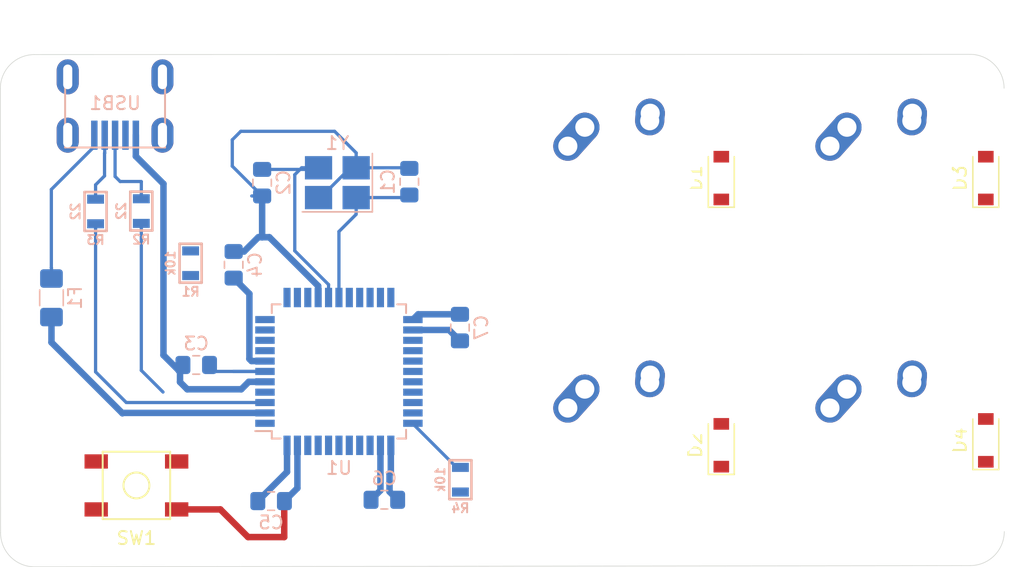
<source format=kicad_pcb>
(kicad_pcb (version 20171130) (host pcbnew "(5.1.2)-1")

  (general
    (thickness 1.6)
    (drawings 7)
    (tracks 98)
    (zones 0)
    (modules 24)
    (nets 45)
  )

  (page A4)
  (layers
    (0 F.Cu signal)
    (31 B.Cu signal)
    (32 B.Adhes user)
    (33 F.Adhes user)
    (34 B.Paste user)
    (35 F.Paste user)
    (36 B.SilkS user)
    (37 F.SilkS user)
    (38 B.Mask user)
    (39 F.Mask user)
    (40 Dwgs.User user)
    (41 Cmts.User user)
    (42 Eco1.User user)
    (43 Eco2.User user)
    (44 Edge.Cuts user)
    (45 Margin user)
    (46 B.CrtYd user)
    (47 F.CrtYd user)
    (48 B.Fab user)
    (49 F.Fab user)
  )

  (setup
    (last_trace_width 0.25)
    (trace_clearance 0.2)
    (zone_clearance 0.508)
    (zone_45_only no)
    (trace_min 0.2)
    (via_size 0.8)
    (via_drill 0.4)
    (via_min_size 0.4)
    (via_min_drill 0.3)
    (uvia_size 0.3)
    (uvia_drill 0.1)
    (uvias_allowed no)
    (uvia_min_size 0.2)
    (uvia_min_drill 0.1)
    (edge_width 0.05)
    (segment_width 0.2)
    (pcb_text_width 0.3)
    (pcb_text_size 1.5 1.5)
    (mod_edge_width 0.12)
    (mod_text_size 1 1)
    (mod_text_width 0.15)
    (pad_size 1.524 1.524)
    (pad_drill 0.762)
    (pad_to_mask_clearance 0.051)
    (solder_mask_min_width 0.25)
    (aux_axis_origin 0 0)
    (visible_elements 7FFFFFFF)
    (pcbplotparams
      (layerselection 0x010fc_ffffffff)
      (usegerberextensions false)
      (usegerberattributes false)
      (usegerberadvancedattributes false)
      (creategerberjobfile false)
      (excludeedgelayer true)
      (linewidth 0.100000)
      (plotframeref false)
      (viasonmask false)
      (mode 1)
      (useauxorigin false)
      (hpglpennumber 1)
      (hpglpenspeed 20)
      (hpglpendiameter 15.000000)
      (psnegative false)
      (psa4output false)
      (plotreference true)
      (plotvalue true)
      (plotinvisibletext false)
      (padsonsilk false)
      (subtractmaskfromsilk false)
      (outputformat 1)
      (mirror false)
      (drillshape 1)
      (scaleselection 1)
      (outputdirectory ""))
  )

  (net 0 "")
  (net 1 "Net-(C1-Pad2)")
  (net 2 GND)
  (net 3 "Net-(C2-Pad2)")
  (net 4 "Net-(C3-Pad1)")
  (net 5 +5V)
  (net 6 "Net-(D1-Pad2)")
  (net 7 ROW0)
  (net 8 "Net-(D2-Pad2)")
  (net 9 "Net-(D3-Pad2)")
  (net 10 ROW1)
  (net 11 "Net-(D4-Pad2)")
  (net 12 VCC)
  (net 13 COL0)
  (net 14 COL1)
  (net 15 "Net-(R1-Pad1)")
  (net 16 D+)
  (net 17 "Net-(R2-Pad1)")
  (net 18 D-)
  (net 19 "Net-(R3-Pad1)")
  (net 20 "Net-(R4-Pad2)")
  (net 21 "Net-(U1-Pad42)")
  (net 22 "Net-(U1-Pad41)")
  (net 23 "Net-(U1-Pad40)")
  (net 24 "Net-(U1-Pad39)")
  (net 25 "Net-(U1-Pad38)")
  (net 26 "Net-(U1-Pad37)")
  (net 27 "Net-(U1-Pad36)")
  (net 28 "Net-(U1-Pad32)")
  (net 29 "Net-(U1-Pad31)")
  (net 30 "Net-(U1-Pad26)")
  (net 31 "Net-(U1-Pad25)")
  (net 32 "Net-(U1-Pad22)")
  (net 33 "Net-(U1-Pad21)")
  (net 34 "Net-(U1-Pad20)")
  (net 35 "Net-(U1-Pad19)")
  (net 36 "Net-(U1-Pad18)")
  (net 37 "Net-(U1-Pad12)")
  (net 38 "Net-(U1-Pad11)")
  (net 39 "Net-(U1-Pad10)")
  (net 40 "Net-(U1-Pad9)")
  (net 41 "Net-(U1-Pad8)")
  (net 42 "Net-(U1-Pad1)")
  (net 43 "Net-(USB1-Pad6)")
  (net 44 "Net-(USB1-Pad2)")

  (net_class Default "これはデフォルトのネット クラスです。"
    (clearance 0.2)
    (trace_width 0.25)
    (via_dia 0.8)
    (via_drill 0.4)
    (uvia_dia 0.3)
    (uvia_drill 0.1)
    (add_net COL0)
    (add_net COL1)
    (add_net D+)
    (add_net D-)
    (add_net "Net-(C1-Pad2)")
    (add_net "Net-(C2-Pad2)")
    (add_net "Net-(C3-Pad1)")
    (add_net "Net-(D1-Pad2)")
    (add_net "Net-(D2-Pad2)")
    (add_net "Net-(D3-Pad2)")
    (add_net "Net-(D4-Pad2)")
    (add_net "Net-(R1-Pad1)")
    (add_net "Net-(R2-Pad1)")
    (add_net "Net-(R3-Pad1)")
    (add_net "Net-(R4-Pad2)")
    (add_net "Net-(U1-Pad1)")
    (add_net "Net-(U1-Pad10)")
    (add_net "Net-(U1-Pad11)")
    (add_net "Net-(U1-Pad12)")
    (add_net "Net-(U1-Pad18)")
    (add_net "Net-(U1-Pad19)")
    (add_net "Net-(U1-Pad20)")
    (add_net "Net-(U1-Pad21)")
    (add_net "Net-(U1-Pad22)")
    (add_net "Net-(U1-Pad25)")
    (add_net "Net-(U1-Pad26)")
    (add_net "Net-(U1-Pad31)")
    (add_net "Net-(U1-Pad32)")
    (add_net "Net-(U1-Pad36)")
    (add_net "Net-(U1-Pad37)")
    (add_net "Net-(U1-Pad38)")
    (add_net "Net-(U1-Pad39)")
    (add_net "Net-(U1-Pad40)")
    (add_net "Net-(U1-Pad41)")
    (add_net "Net-(U1-Pad42)")
    (add_net "Net-(U1-Pad8)")
    (add_net "Net-(U1-Pad9)")
    (add_net "Net-(USB1-Pad2)")
    (add_net "Net-(USB1-Pad6)")
    (add_net ROW0)
    (add_net ROW1)
    (add_net VCC)
  )

  (net_class power ""
    (clearance 0.2)
    (trace_width 0.5)
    (via_dia 0.8)
    (via_drill 0.4)
    (uvia_dia 0.3)
    (uvia_drill 0.1)
    (add_net +5V)
    (add_net GND)
  )

  (module Keebio-Parts:R_0805 (layer B.Cu) (tedit 5CED8C8D) (tstamp 5DC1D317)
    (at 47.79264 95.48876 90)
    (descr "SMT, 2012, 0805")
    (tags "SMT, 2012, 0805")
    (path /5DBF6745)
    (attr smd)
    (fp_text reference R4 (at -2.2 0) (layer B.SilkS)
      (effects (font (size 0.7 0.7) (thickness 0.15)) (justify mirror))
    )
    (fp_text value 10k (at 0 -1.55 270) (layer B.SilkS)
      (effects (font (size 0.7 0.7) (thickness 0.15)) (justify mirror))
    )
    (fp_line (start -1.5 0.85) (end 1.5 0.85) (layer B.SilkS) (width 0.2))
    (fp_line (start 1.5 0.85) (end 1.5 -0.85) (layer B.SilkS) (width 0.2))
    (fp_line (start -1.5 0.85) (end -1.5 -0.85) (layer B.SilkS) (width 0.2))
    (fp_line (start -1.5 -0.85) (end 1.5 -0.85) (layer B.SilkS) (width 0.2))
    (pad 2 smd rect (at 0.95 0 90) (size 0.7 1.3) (layers B.Cu B.Paste B.Mask)
      (net 20 "Net-(R4-Pad2)") (clearance 0.1))
    (pad 1 smd rect (at -0.95 0 90) (size 0.7 1.3) (layers B.Cu B.Paste B.Mask)
      (net 2 GND) (clearance 0.1))
    (model ${KISYS3DMOD}/Resistor_SMD.3dshapes/R_0805_2012Metric.wrl
      (at (xyz 0 0 0))
      (scale (xyz 1 1 1))
      (rotate (xyz 0 0 0))
    )
  )

  (module Keebio-Parts:R_0805 (layer B.Cu) (tedit 5CED8C8D) (tstamp 5DC1D308)
    (at 19.67484 74.79796 90)
    (descr "SMT, 2012, 0805")
    (tags "SMT, 2012, 0805")
    (path /5DBF85F2)
    (attr smd)
    (fp_text reference R3 (at -2.2 0) (layer B.SilkS)
      (effects (font (size 0.7 0.7) (thickness 0.15)) (justify mirror))
    )
    (fp_text value 22 (at 0 -1.55 270) (layer B.SilkS)
      (effects (font (size 0.7 0.7) (thickness 0.15)) (justify mirror))
    )
    (fp_line (start -1.5 -0.85) (end 1.5 -0.85) (layer B.SilkS) (width 0.2))
    (fp_line (start -1.5 0.85) (end -1.5 -0.85) (layer B.SilkS) (width 0.2))
    (fp_line (start 1.5 0.85) (end 1.5 -0.85) (layer B.SilkS) (width 0.2))
    (fp_line (start -1.5 0.85) (end 1.5 0.85) (layer B.SilkS) (width 0.2))
    (pad 1 smd rect (at -0.95 0 90) (size 0.7 1.3) (layers B.Cu B.Paste B.Mask)
      (net 19 "Net-(R3-Pad1)") (clearance 0.1))
    (pad 2 smd rect (at 0.95 0 90) (size 0.7 1.3) (layers B.Cu B.Paste B.Mask)
      (net 18 D-) (clearance 0.1))
    (model ${KISYS3DMOD}/Resistor_SMD.3dshapes/R_0805_2012Metric.wrl
      (at (xyz 0 0 0))
      (scale (xyz 1 1 1))
      (rotate (xyz 0 0 0))
    )
  )

  (module Keebio-Parts:R_0805 (layer B.Cu) (tedit 5CED8C8D) (tstamp 5DC1D2F9)
    (at 23.20036 74.76744 90)
    (descr "SMT, 2012, 0805")
    (tags "SMT, 2012, 0805")
    (path /5DBF817B)
    (attr smd)
    (fp_text reference R2 (at -2.2 0) (layer B.SilkS)
      (effects (font (size 0.7 0.7) (thickness 0.15)) (justify mirror))
    )
    (fp_text value 22 (at 0 -1.55 270) (layer B.SilkS)
      (effects (font (size 0.7 0.7) (thickness 0.15)) (justify mirror))
    )
    (fp_line (start -1.5 -0.85) (end 1.5 -0.85) (layer B.SilkS) (width 0.2))
    (fp_line (start -1.5 0.85) (end -1.5 -0.85) (layer B.SilkS) (width 0.2))
    (fp_line (start 1.5 0.85) (end 1.5 -0.85) (layer B.SilkS) (width 0.2))
    (fp_line (start -1.5 0.85) (end 1.5 0.85) (layer B.SilkS) (width 0.2))
    (pad 1 smd rect (at -0.95 0 90) (size 0.7 1.3) (layers B.Cu B.Paste B.Mask)
      (net 17 "Net-(R2-Pad1)") (clearance 0.1))
    (pad 2 smd rect (at 0.95 0 90) (size 0.7 1.3) (layers B.Cu B.Paste B.Mask)
      (net 16 D+) (clearance 0.1))
    (model ${KISYS3DMOD}/Resistor_SMD.3dshapes/R_0805_2012Metric.wrl
      (at (xyz 0 0 0))
      (scale (xyz 1 1 1))
      (rotate (xyz 0 0 0))
    )
  )

  (module Keebio-Parts:R_0805 (layer B.Cu) (tedit 5CED8C8D) (tstamp 5DC1D2EA)
    (at 27.0002 78.79076 90)
    (descr "SMT, 2012, 0805")
    (tags "SMT, 2012, 0805")
    (path /5DC28949)
    (attr smd)
    (fp_text reference R1 (at -2.2 0 180) (layer B.SilkS)
      (effects (font (size 0.7 0.7) (thickness 0.15)) (justify mirror))
    )
    (fp_text value 10k (at 0 -1.55 90) (layer B.SilkS)
      (effects (font (size 0.7 0.7) (thickness 0.15)) (justify mirror))
    )
    (fp_line (start -1.5 -0.85) (end 1.5 -0.85) (layer B.SilkS) (width 0.2))
    (fp_line (start -1.5 0.85) (end -1.5 -0.85) (layer B.SilkS) (width 0.2))
    (fp_line (start 1.5 0.85) (end 1.5 -0.85) (layer B.SilkS) (width 0.2))
    (fp_line (start -1.5 0.85) (end 1.5 0.85) (layer B.SilkS) (width 0.2))
    (pad 1 smd rect (at -0.95 0 90) (size 0.7 1.3) (layers B.Cu B.Paste B.Mask)
      (net 15 "Net-(R1-Pad1)") (clearance 0.1))
    (pad 2 smd rect (at 0.95 0 90) (size 0.7 1.3) (layers B.Cu B.Paste B.Mask)
      (net 5 +5V) (clearance 0.1))
    (model ${KISYS3DMOD}/Resistor_SMD.3dshapes/R_0805_2012Metric.wrl
      (at (xyz 0 0 0))
      (scale (xyz 1 1 1))
      (rotate (xyz 0 0 0))
    )
  )

  (module Crystal:Crystal_SMD_3225-4Pin_3.2x2.5mm_HandSoldering (layer B.Cu) (tedit 5A0FD1B2) (tstamp 5DC1D3AC)
    (at 38.30828 72.57796 180)
    (descr "SMD Crystal SERIES SMD3225/4 http://www.txccrystal.com/images/pdf/7m-accuracy.pdf, hand-soldering, 3.2x2.5mm^2 package")
    (tags "SMD SMT crystal hand-soldering")
    (path /5DC12B7D)
    (attr smd)
    (fp_text reference Y1 (at 0 3.05) (layer B.SilkS)
      (effects (font (size 1 1) (thickness 0.15)) (justify mirror))
    )
    (fp_text value 16MHz (at 0 -3.05) (layer B.Fab)
      (effects (font (size 1 1) (thickness 0.15)) (justify mirror))
    )
    (fp_line (start 2.8 2.3) (end -2.8 2.3) (layer B.CrtYd) (width 0.05))
    (fp_line (start 2.8 -2.3) (end 2.8 2.3) (layer B.CrtYd) (width 0.05))
    (fp_line (start -2.8 -2.3) (end 2.8 -2.3) (layer B.CrtYd) (width 0.05))
    (fp_line (start -2.8 2.3) (end -2.8 -2.3) (layer B.CrtYd) (width 0.05))
    (fp_line (start -2.7 -2.25) (end 2.7 -2.25) (layer B.SilkS) (width 0.12))
    (fp_line (start -2.7 2.25) (end -2.7 -2.25) (layer B.SilkS) (width 0.12))
    (fp_line (start -1.6 -0.25) (end -0.6 -1.25) (layer B.Fab) (width 0.1))
    (fp_line (start 1.6 1.25) (end -1.6 1.25) (layer B.Fab) (width 0.1))
    (fp_line (start 1.6 -1.25) (end 1.6 1.25) (layer B.Fab) (width 0.1))
    (fp_line (start -1.6 -1.25) (end 1.6 -1.25) (layer B.Fab) (width 0.1))
    (fp_line (start -1.6 1.25) (end -1.6 -1.25) (layer B.Fab) (width 0.1))
    (fp_text user %R (at 0 0) (layer B.Fab)
      (effects (font (size 0.7 0.7) (thickness 0.105)) (justify mirror))
    )
    (pad 4 smd rect (at -1.45 1.15 180) (size 2.1 1.8) (layers B.Cu B.Paste B.Mask)
      (net 2 GND))
    (pad 3 smd rect (at 1.45 1.15 180) (size 2.1 1.8) (layers B.Cu B.Paste B.Mask)
      (net 3 "Net-(C2-Pad2)"))
    (pad 2 smd rect (at 1.45 -1.15 180) (size 2.1 1.8) (layers B.Cu B.Paste B.Mask)
      (net 2 GND))
    (pad 1 smd rect (at -1.45 -1.15 180) (size 2.1 1.8) (layers B.Cu B.Paste B.Mask)
      (net 1 "Net-(C1-Pad2)"))
    (model ${KISYS3DMOD}/Crystal.3dshapes/Crystal_SMD_3225-4Pin_3.2x2.5mm_HandSoldering.wrl
      (at (xyz 0 0 0))
      (scale (xyz 1 1 1))
      (rotate (xyz 0 0 0))
    )
  )

  (module random-keyboard-parts:Molex-0548190589 (layer B.Cu) (tedit 5C494815) (tstamp 5DC1D398)
    (at 21.17852 64.4144 270)
    (path /5DC46C17)
    (attr smd)
    (fp_text reference USB1 (at 2.032 0) (layer B.SilkS)
      (effects (font (size 1 1) (thickness 0.15)) (justify mirror))
    )
    (fp_text value Molex-0548190589 (at -5.08 0) (layer Dwgs.User)
      (effects (font (size 1 1) (thickness 0.15)))
    )
    (fp_text user %R (at 2 0) (layer B.CrtYd)
      (effects (font (size 1 1) (thickness 0.15)) (justify mirror))
    )
    (fp_line (start 3.25 1.25) (end 5.5 1.25) (layer B.CrtYd) (width 0.15))
    (fp_line (start 5.5 0.5) (end 3.25 0.5) (layer B.CrtYd) (width 0.15))
    (fp_line (start 3.25 -0.5) (end 5.5 -0.5) (layer B.CrtYd) (width 0.15))
    (fp_line (start 5.5 -1.25) (end 3.25 -1.25) (layer B.CrtYd) (width 0.15))
    (fp_line (start 3.25 -2) (end 5.5 -2) (layer B.CrtYd) (width 0.15))
    (fp_line (start 3.25 2) (end 3.25 -2) (layer B.CrtYd) (width 0.15))
    (fp_line (start 5.5 2) (end 3.25 2) (layer B.CrtYd) (width 0.15))
    (fp_line (start -3.75 -3.75) (end -3.75 3.75) (layer B.CrtYd) (width 0.15))
    (fp_line (start 5.5 -3.75) (end -3.75 -3.75) (layer B.CrtYd) (width 0.15))
    (fp_line (start 5.5 3.75) (end 5.5 -3.75) (layer B.CrtYd) (width 0.15))
    (fp_line (start -3.75 3.75) (end 5.5 3.75) (layer B.CrtYd) (width 0.15))
    (fp_line (start 0 3.85) (end 5.45 3.85) (layer B.SilkS) (width 0.15))
    (fp_line (start 0 -3.85) (end 5.45 -3.85) (layer B.SilkS) (width 0.15))
    (fp_line (start 5.45 3.85) (end 5.45 -3.85) (layer B.SilkS) (width 0.15))
    (fp_line (start -3.75 3.85) (end 0 3.85) (layer Dwgs.User) (width 0.15))
    (fp_line (start -3.75 -3.85) (end 0 -3.85) (layer Dwgs.User) (width 0.15))
    (fp_line (start -1.75 4.572) (end -1.75 -4.572) (layer Dwgs.User) (width 0.15))
    (fp_line (start -3.75 3.85) (end -3.75 -3.85) (layer Dwgs.User) (width 0.15))
    (pad 6 thru_hole oval (at 0 3.65 270) (size 2.7 1.7) (drill oval 1.9 0.7) (layers *.Cu *.Mask)
      (net 43 "Net-(USB1-Pad6)"))
    (pad 6 thru_hole oval (at 0 -3.65 270) (size 2.7 1.7) (drill oval 1.9 0.7) (layers *.Cu *.Mask)
      (net 43 "Net-(USB1-Pad6)"))
    (pad 6 thru_hole oval (at 4.5 -3.65 270) (size 2.7 1.7) (drill oval 1.9 0.7) (layers *.Cu *.Mask)
      (net 43 "Net-(USB1-Pad6)"))
    (pad 6 thru_hole oval (at 4.5 3.65 270) (size 2.7 1.7) (drill oval 1.9 0.7) (layers *.Cu *.Mask)
      (net 43 "Net-(USB1-Pad6)"))
    (pad 5 smd rect (at 4.5 1.6 270) (size 2.25 0.5) (layers B.Cu B.Paste B.Mask)
      (net 12 VCC))
    (pad 4 smd rect (at 4.5 0.8 270) (size 2.25 0.5) (layers B.Cu B.Paste B.Mask)
      (net 18 D-))
    (pad 3 smd rect (at 4.5 0 270) (size 2.25 0.5) (layers B.Cu B.Paste B.Mask)
      (net 16 D+))
    (pad 2 smd rect (at 4.5 -0.8 270) (size 2.25 0.5) (layers B.Cu B.Paste B.Mask)
      (net 44 "Net-(USB1-Pad2)"))
    (pad 1 smd rect (at 4.5 -1.6 270) (size 2.25 0.5) (layers B.Cu B.Paste B.Mask)
      (net 2 GND))
  )

  (module Package_QFP:TQFP-44_10x10mm_P0.8mm (layer B.Cu) (tedit 5A02F146) (tstamp 5DC1D378)
    (at 38.4302 87.13724)
    (descr "44-Lead Plastic Thin Quad Flatpack (PT) - 10x10x1.0 mm Body [TQFP] (see Microchip Packaging Specification 00000049BS.pdf)")
    (tags "QFP 0.8")
    (path /5DBEEC39)
    (attr smd)
    (fp_text reference U1 (at 0 7.45) (layer B.SilkS)
      (effects (font (size 1 1) (thickness 0.15)) (justify mirror))
    )
    (fp_text value ATmega32U4-AU (at 0 -7.45) (layer B.Fab)
      (effects (font (size 1 1) (thickness 0.15)) (justify mirror))
    )
    (fp_line (start -5.175 4.6) (end -6.45 4.6) (layer B.SilkS) (width 0.15))
    (fp_line (start 5.175 5.175) (end 4.5 5.175) (layer B.SilkS) (width 0.15))
    (fp_line (start 5.175 -5.175) (end 4.5 -5.175) (layer B.SilkS) (width 0.15))
    (fp_line (start -5.175 -5.175) (end -4.5 -5.175) (layer B.SilkS) (width 0.15))
    (fp_line (start -5.175 5.175) (end -4.5 5.175) (layer B.SilkS) (width 0.15))
    (fp_line (start -5.175 -5.175) (end -5.175 -4.5) (layer B.SilkS) (width 0.15))
    (fp_line (start 5.175 -5.175) (end 5.175 -4.5) (layer B.SilkS) (width 0.15))
    (fp_line (start 5.175 5.175) (end 5.175 4.5) (layer B.SilkS) (width 0.15))
    (fp_line (start -5.175 5.175) (end -5.175 4.6) (layer B.SilkS) (width 0.15))
    (fp_line (start -6.7 -6.7) (end 6.7 -6.7) (layer B.CrtYd) (width 0.05))
    (fp_line (start -6.7 6.7) (end 6.7 6.7) (layer B.CrtYd) (width 0.05))
    (fp_line (start 6.7 6.7) (end 6.7 -6.7) (layer B.CrtYd) (width 0.05))
    (fp_line (start -6.7 6.7) (end -6.7 -6.7) (layer B.CrtYd) (width 0.05))
    (fp_line (start -5 4) (end -4 5) (layer B.Fab) (width 0.15))
    (fp_line (start -5 -5) (end -5 4) (layer B.Fab) (width 0.15))
    (fp_line (start 5 -5) (end -5 -5) (layer B.Fab) (width 0.15))
    (fp_line (start 5 5) (end 5 -5) (layer B.Fab) (width 0.15))
    (fp_line (start -4 5) (end 5 5) (layer B.Fab) (width 0.15))
    (fp_text user %R (at 0 0) (layer B.Fab)
      (effects (font (size 1 1) (thickness 0.15)) (justify mirror))
    )
    (pad 44 smd rect (at -4 5.7 270) (size 1.5 0.55) (layers B.Cu B.Paste B.Mask)
      (net 5 +5V))
    (pad 43 smd rect (at -3.2 5.7 270) (size 1.5 0.55) (layers B.Cu B.Paste B.Mask)
      (net 2 GND))
    (pad 42 smd rect (at -2.4 5.7 270) (size 1.5 0.55) (layers B.Cu B.Paste B.Mask)
      (net 21 "Net-(U1-Pad42)"))
    (pad 41 smd rect (at -1.6 5.7 270) (size 1.5 0.55) (layers B.Cu B.Paste B.Mask)
      (net 22 "Net-(U1-Pad41)"))
    (pad 40 smd rect (at -0.8 5.7 270) (size 1.5 0.55) (layers B.Cu B.Paste B.Mask)
      (net 23 "Net-(U1-Pad40)"))
    (pad 39 smd rect (at 0 5.7 270) (size 1.5 0.55) (layers B.Cu B.Paste B.Mask)
      (net 24 "Net-(U1-Pad39)"))
    (pad 38 smd rect (at 0.8 5.7 270) (size 1.5 0.55) (layers B.Cu B.Paste B.Mask)
      (net 25 "Net-(U1-Pad38)"))
    (pad 37 smd rect (at 1.6 5.7 270) (size 1.5 0.55) (layers B.Cu B.Paste B.Mask)
      (net 26 "Net-(U1-Pad37)"))
    (pad 36 smd rect (at 2.4 5.7 270) (size 1.5 0.55) (layers B.Cu B.Paste B.Mask)
      (net 27 "Net-(U1-Pad36)"))
    (pad 35 smd rect (at 3.2 5.7 270) (size 1.5 0.55) (layers B.Cu B.Paste B.Mask)
      (net 2 GND))
    (pad 34 smd rect (at 4 5.7 270) (size 1.5 0.55) (layers B.Cu B.Paste B.Mask)
      (net 5 +5V))
    (pad 33 smd rect (at 5.7 4) (size 1.5 0.55) (layers B.Cu B.Paste B.Mask)
      (net 20 "Net-(R4-Pad2)"))
    (pad 32 smd rect (at 5.7 3.2) (size 1.5 0.55) (layers B.Cu B.Paste B.Mask)
      (net 28 "Net-(U1-Pad32)"))
    (pad 31 smd rect (at 5.7 2.4) (size 1.5 0.55) (layers B.Cu B.Paste B.Mask)
      (net 29 "Net-(U1-Pad31)"))
    (pad 30 smd rect (at 5.7 1.6) (size 1.5 0.55) (layers B.Cu B.Paste B.Mask)
      (net 10 ROW1))
    (pad 29 smd rect (at 5.7 0.8) (size 1.5 0.55) (layers B.Cu B.Paste B.Mask)
      (net 13 COL0))
    (pad 28 smd rect (at 5.7 0) (size 1.5 0.55) (layers B.Cu B.Paste B.Mask)
      (net 14 COL1))
    (pad 27 smd rect (at 5.7 -0.8) (size 1.5 0.55) (layers B.Cu B.Paste B.Mask)
      (net 7 ROW0))
    (pad 26 smd rect (at 5.7 -1.6) (size 1.5 0.55) (layers B.Cu B.Paste B.Mask)
      (net 30 "Net-(U1-Pad26)"))
    (pad 25 smd rect (at 5.7 -2.4) (size 1.5 0.55) (layers B.Cu B.Paste B.Mask)
      (net 31 "Net-(U1-Pad25)"))
    (pad 24 smd rect (at 5.7 -3.2) (size 1.5 0.55) (layers B.Cu B.Paste B.Mask)
      (net 5 +5V))
    (pad 23 smd rect (at 5.7 -4) (size 1.5 0.55) (layers B.Cu B.Paste B.Mask)
      (net 2 GND))
    (pad 22 smd rect (at 4 -5.7 270) (size 1.5 0.55) (layers B.Cu B.Paste B.Mask)
      (net 32 "Net-(U1-Pad22)"))
    (pad 21 smd rect (at 3.2 -5.7 270) (size 1.5 0.55) (layers B.Cu B.Paste B.Mask)
      (net 33 "Net-(U1-Pad21)"))
    (pad 20 smd rect (at 2.4 -5.7 270) (size 1.5 0.55) (layers B.Cu B.Paste B.Mask)
      (net 34 "Net-(U1-Pad20)"))
    (pad 19 smd rect (at 1.6 -5.7 270) (size 1.5 0.55) (layers B.Cu B.Paste B.Mask)
      (net 35 "Net-(U1-Pad19)"))
    (pad 18 smd rect (at 0.8 -5.7 270) (size 1.5 0.55) (layers B.Cu B.Paste B.Mask)
      (net 36 "Net-(U1-Pad18)"))
    (pad 17 smd rect (at 0 -5.7 270) (size 1.5 0.55) (layers B.Cu B.Paste B.Mask)
      (net 1 "Net-(C1-Pad2)"))
    (pad 16 smd rect (at -0.8 -5.7 270) (size 1.5 0.55) (layers B.Cu B.Paste B.Mask)
      (net 3 "Net-(C2-Pad2)"))
    (pad 15 smd rect (at -1.6 -5.7 270) (size 1.5 0.55) (layers B.Cu B.Paste B.Mask)
      (net 2 GND))
    (pad 14 smd rect (at -2.4 -5.7 270) (size 1.5 0.55) (layers B.Cu B.Paste B.Mask)
      (net 5 +5V))
    (pad 13 smd rect (at -3.2 -5.7 270) (size 1.5 0.55) (layers B.Cu B.Paste B.Mask)
      (net 15 "Net-(R1-Pad1)"))
    (pad 12 smd rect (at -4 -5.7 270) (size 1.5 0.55) (layers B.Cu B.Paste B.Mask)
      (net 37 "Net-(U1-Pad12)"))
    (pad 11 smd rect (at -5.7 -4) (size 1.5 0.55) (layers B.Cu B.Paste B.Mask)
      (net 38 "Net-(U1-Pad11)"))
    (pad 10 smd rect (at -5.7 -3.2) (size 1.5 0.55) (layers B.Cu B.Paste B.Mask)
      (net 39 "Net-(U1-Pad10)"))
    (pad 9 smd rect (at -5.7 -2.4) (size 1.5 0.55) (layers B.Cu B.Paste B.Mask)
      (net 40 "Net-(U1-Pad9)"))
    (pad 8 smd rect (at -5.7 -1.6) (size 1.5 0.55) (layers B.Cu B.Paste B.Mask)
      (net 41 "Net-(U1-Pad8)"))
    (pad 7 smd rect (at -5.7 -0.8) (size 1.5 0.55) (layers B.Cu B.Paste B.Mask)
      (net 5 +5V))
    (pad 6 smd rect (at -5.7 0) (size 1.5 0.55) (layers B.Cu B.Paste B.Mask)
      (net 4 "Net-(C3-Pad1)"))
    (pad 5 smd rect (at -5.7 0.8) (size 1.5 0.55) (layers B.Cu B.Paste B.Mask)
      (net 2 GND))
    (pad 4 smd rect (at -5.7 1.6) (size 1.5 0.55) (layers B.Cu B.Paste B.Mask)
      (net 17 "Net-(R2-Pad1)"))
    (pad 3 smd rect (at -5.7 2.4) (size 1.5 0.55) (layers B.Cu B.Paste B.Mask)
      (net 19 "Net-(R3-Pad1)"))
    (pad 2 smd rect (at -5.7 3.2) (size 1.5 0.55) (layers B.Cu B.Paste B.Mask)
      (net 5 +5V))
    (pad 1 smd rect (at -5.7 4) (size 1.5 0.55) (layers B.Cu B.Paste B.Mask)
      (net 42 "Net-(U1-Pad1)"))
    (model ${KISYS3DMOD}/Package_QFP.3dshapes/TQFP-44_10x10mm_P0.8mm.wrl
      (at (xyz 0 0 0))
      (scale (xyz 1 1 1))
      (rotate (xyz 0 0 0))
    )
  )

  (module random-keyboard-parts:SKQG-1155865 (layer F.Cu) (tedit 5C42C5DE) (tstamp 5DC1D335)
    (at 22.82444 95.93072)
    (path /5DC24579)
    (attr smd)
    (fp_text reference SW1 (at 0 4.064) (layer F.SilkS)
      (effects (font (size 1 1) (thickness 0.15)))
    )
    (fp_text value SW_PUSH (at 0 -4.064) (layer F.Fab)
      (effects (font (size 1 1) (thickness 0.15)))
    )
    (fp_line (start -2.6 -2.6) (end 2.6 -2.6) (layer F.SilkS) (width 0.15))
    (fp_line (start 2.6 -2.6) (end 2.6 2.6) (layer F.SilkS) (width 0.15))
    (fp_line (start 2.6 2.6) (end -2.6 2.6) (layer F.SilkS) (width 0.15))
    (fp_line (start -2.6 2.6) (end -2.6 -2.6) (layer F.SilkS) (width 0.15))
    (fp_circle (center 0 0) (end 1 0) (layer F.SilkS) (width 0.15))
    (fp_line (start -4.2 -2.6) (end 4.2 -2.6) (layer F.Fab) (width 0.15))
    (fp_line (start 4.2 -2.6) (end 4.2 -1.2) (layer F.Fab) (width 0.15))
    (fp_line (start 4.2 -1.1) (end 2.6 -1.1) (layer F.Fab) (width 0.15))
    (fp_line (start 2.6 -1.1) (end 2.6 1.1) (layer F.Fab) (width 0.15))
    (fp_line (start 2.6 1.1) (end 4.2 1.1) (layer F.Fab) (width 0.15))
    (fp_line (start 4.2 1.1) (end 4.2 2.6) (layer F.Fab) (width 0.15))
    (fp_line (start 4.2 2.6) (end -4.2 2.6) (layer F.Fab) (width 0.15))
    (fp_line (start -4.2 2.6) (end -4.2 1.1) (layer F.Fab) (width 0.15))
    (fp_line (start -4.2 1.1) (end -2.6 1.1) (layer F.Fab) (width 0.15))
    (fp_line (start -2.6 1.1) (end -2.6 -1.1) (layer F.Fab) (width 0.15))
    (fp_line (start -2.6 -1.1) (end -4.2 -1.1) (layer F.Fab) (width 0.15))
    (fp_line (start -4.2 -1.1) (end -4.2 -2.6) (layer F.Fab) (width 0.15))
    (fp_circle (center 0 0) (end 1 0) (layer F.Fab) (width 0.15))
    (fp_line (start -2.6 -1.1) (end -1.1 -2.6) (layer F.Fab) (width 0.15))
    (fp_line (start 2.6 -1.1) (end 1.1 -2.6) (layer F.Fab) (width 0.15))
    (fp_line (start 2.6 1.1) (end 1.1 2.6) (layer F.Fab) (width 0.15))
    (fp_line (start -2.6 1.1) (end -1.1 2.6) (layer F.Fab) (width 0.15))
    (pad 4 smd rect (at -3.1 1.85) (size 1.8 1.1) (layers F.Cu F.Paste F.Mask))
    (pad 3 smd rect (at 3.1 -1.85) (size 1.8 1.1) (layers F.Cu F.Paste F.Mask))
    (pad 2 smd rect (at -3.1 -1.85) (size 1.8 1.1) (layers F.Cu F.Paste F.Mask)
      (net 15 "Net-(R1-Pad1)"))
    (pad 1 smd rect (at 3.1 1.85) (size 1.8 1.1) (layers F.Cu F.Paste F.Mask)
      (net 2 GND))
  )

  (module MX_Alps_Hybrid:MX-1U-NoLED (layer F.Cu) (tedit 5A9F5203) (tstamp 5DC1D2DB)
    (at 80.08052 92.5012)
    (path /5DC5F08A)
    (fp_text reference MX4 (at 0 3.175) (layer Dwgs.User)
      (effects (font (size 1 1) (thickness 0.15)))
    )
    (fp_text value MX-NoLED (at 0 -7.9375) (layer Dwgs.User)
      (effects (font (size 1 1) (thickness 0.15)))
    )
    (fp_line (start -9.525 9.525) (end -9.525 -9.525) (layer Dwgs.User) (width 0.15))
    (fp_line (start 9.525 9.525) (end -9.525 9.525) (layer Dwgs.User) (width 0.15))
    (fp_line (start 9.525 -9.525) (end 9.525 9.525) (layer Dwgs.User) (width 0.15))
    (fp_line (start -9.525 -9.525) (end 9.525 -9.525) (layer Dwgs.User) (width 0.15))
    (fp_line (start -7 -7) (end -7 -5) (layer Dwgs.User) (width 0.15))
    (fp_line (start -5 -7) (end -7 -7) (layer Dwgs.User) (width 0.15))
    (fp_line (start -7 7) (end -5 7) (layer Dwgs.User) (width 0.15))
    (fp_line (start -7 5) (end -7 7) (layer Dwgs.User) (width 0.15))
    (fp_line (start 7 7) (end 7 5) (layer Dwgs.User) (width 0.15))
    (fp_line (start 5 7) (end 7 7) (layer Dwgs.User) (width 0.15))
    (fp_line (start 7 -7) (end 7 -5) (layer Dwgs.User) (width 0.15))
    (fp_line (start 5 -7) (end 7 -7) (layer Dwgs.User) (width 0.15))
    (pad "" np_thru_hole circle (at 5.08 0 48.0996) (size 1.75 1.75) (drill 1.75) (layers *.Cu *.Mask))
    (pad "" np_thru_hole circle (at -5.08 0 48.0996) (size 1.75 1.75) (drill 1.75) (layers *.Cu *.Mask))
    (pad 1 thru_hole circle (at -2.5 -4) (size 2.25 2.25) (drill 1.47) (layers *.Cu B.Mask)
      (net 14 COL1))
    (pad "" np_thru_hole circle (at 0 0) (size 3.9878 3.9878) (drill 3.9878) (layers *.Cu *.Mask))
    (pad 1 thru_hole oval (at -3.81 -2.54 48.0996) (size 4.211556 2.25) (drill 1.47 (offset 0.980778 0)) (layers *.Cu B.Mask)
      (net 14 COL1))
    (pad 2 thru_hole circle (at 2.54 -5.08) (size 2.25 2.25) (drill 1.47) (layers *.Cu B.Mask)
      (net 11 "Net-(D4-Pad2)"))
    (pad 2 thru_hole oval (at 2.5 -4.5 86.0548) (size 2.831378 2.25) (drill 1.47 (offset 0.290689 0)) (layers *.Cu B.Mask)
      (net 11 "Net-(D4-Pad2)"))
  )

  (module MX_Alps_Hybrid:MX-1U-NoLED (layer F.Cu) (tedit 5A9F5203) (tstamp 5DC1D2C4)
    (at 80.08052 72.3012)
    (path /5DC5E364)
    (fp_text reference MX3 (at 0 3.175) (layer Dwgs.User)
      (effects (font (size 1 1) (thickness 0.15)))
    )
    (fp_text value MX-NoLED (at 0 -7.9375) (layer Dwgs.User)
      (effects (font (size 1 1) (thickness 0.15)))
    )
    (fp_line (start -9.525 9.525) (end -9.525 -9.525) (layer Dwgs.User) (width 0.15))
    (fp_line (start 9.525 9.525) (end -9.525 9.525) (layer Dwgs.User) (width 0.15))
    (fp_line (start 9.525 -9.525) (end 9.525 9.525) (layer Dwgs.User) (width 0.15))
    (fp_line (start -9.525 -9.525) (end 9.525 -9.525) (layer Dwgs.User) (width 0.15))
    (fp_line (start -7 -7) (end -7 -5) (layer Dwgs.User) (width 0.15))
    (fp_line (start -5 -7) (end -7 -7) (layer Dwgs.User) (width 0.15))
    (fp_line (start -7 7) (end -5 7) (layer Dwgs.User) (width 0.15))
    (fp_line (start -7 5) (end -7 7) (layer Dwgs.User) (width 0.15))
    (fp_line (start 7 7) (end 7 5) (layer Dwgs.User) (width 0.15))
    (fp_line (start 5 7) (end 7 7) (layer Dwgs.User) (width 0.15))
    (fp_line (start 7 -7) (end 7 -5) (layer Dwgs.User) (width 0.15))
    (fp_line (start 5 -7) (end 7 -7) (layer Dwgs.User) (width 0.15))
    (pad "" np_thru_hole circle (at 5.08 0 48.0996) (size 1.75 1.75) (drill 1.75) (layers *.Cu *.Mask))
    (pad "" np_thru_hole circle (at -5.08 0 48.0996) (size 1.75 1.75) (drill 1.75) (layers *.Cu *.Mask))
    (pad 1 thru_hole circle (at -2.5 -4) (size 2.25 2.25) (drill 1.47) (layers *.Cu B.Mask)
      (net 13 COL0))
    (pad "" np_thru_hole circle (at 0 0) (size 3.9878 3.9878) (drill 3.9878) (layers *.Cu *.Mask))
    (pad 1 thru_hole oval (at -3.81 -2.54 48.0996) (size 4.211556 2.25) (drill 1.47 (offset 0.980778 0)) (layers *.Cu B.Mask)
      (net 13 COL0))
    (pad 2 thru_hole circle (at 2.54 -5.08) (size 2.25 2.25) (drill 1.47) (layers *.Cu B.Mask)
      (net 9 "Net-(D3-Pad2)"))
    (pad 2 thru_hole oval (at 2.5 -4.5 86.0548) (size 2.831378 2.25) (drill 1.47 (offset 0.290689 0)) (layers *.Cu B.Mask)
      (net 9 "Net-(D3-Pad2)"))
  )

  (module MX_Alps_Hybrid:MX-1U-NoLED (layer F.Cu) (tedit 5A9F5203) (tstamp 5DC1D2AD)
    (at 59.88052 92.5012)
    (path /5DC5CCB4)
    (fp_text reference MX2 (at 0 3.175) (layer Dwgs.User)
      (effects (font (size 1 1) (thickness 0.15)))
    )
    (fp_text value MX-NoLED (at 0 -7.9375) (layer Dwgs.User)
      (effects (font (size 1 1) (thickness 0.15)))
    )
    (fp_line (start -9.525 9.525) (end -9.525 -9.525) (layer Dwgs.User) (width 0.15))
    (fp_line (start 9.525 9.525) (end -9.525 9.525) (layer Dwgs.User) (width 0.15))
    (fp_line (start 9.525 -9.525) (end 9.525 9.525) (layer Dwgs.User) (width 0.15))
    (fp_line (start -9.525 -9.525) (end 9.525 -9.525) (layer Dwgs.User) (width 0.15))
    (fp_line (start -7 -7) (end -7 -5) (layer Dwgs.User) (width 0.15))
    (fp_line (start -5 -7) (end -7 -7) (layer Dwgs.User) (width 0.15))
    (fp_line (start -7 7) (end -5 7) (layer Dwgs.User) (width 0.15))
    (fp_line (start -7 5) (end -7 7) (layer Dwgs.User) (width 0.15))
    (fp_line (start 7 7) (end 7 5) (layer Dwgs.User) (width 0.15))
    (fp_line (start 5 7) (end 7 7) (layer Dwgs.User) (width 0.15))
    (fp_line (start 7 -7) (end 7 -5) (layer Dwgs.User) (width 0.15))
    (fp_line (start 5 -7) (end 7 -7) (layer Dwgs.User) (width 0.15))
    (pad "" np_thru_hole circle (at 5.08 0 48.0996) (size 1.75 1.75) (drill 1.75) (layers *.Cu *.Mask))
    (pad "" np_thru_hole circle (at -5.08 0 48.0996) (size 1.75 1.75) (drill 1.75) (layers *.Cu *.Mask))
    (pad 1 thru_hole circle (at -2.5 -4) (size 2.25 2.25) (drill 1.47) (layers *.Cu B.Mask)
      (net 14 COL1))
    (pad "" np_thru_hole circle (at 0 0) (size 3.9878 3.9878) (drill 3.9878) (layers *.Cu *.Mask))
    (pad 1 thru_hole oval (at -3.81 -2.54 48.0996) (size 4.211556 2.25) (drill 1.47 (offset 0.980778 0)) (layers *.Cu B.Mask)
      (net 14 COL1))
    (pad 2 thru_hole circle (at 2.54 -5.08) (size 2.25 2.25) (drill 1.47) (layers *.Cu B.Mask)
      (net 8 "Net-(D2-Pad2)"))
    (pad 2 thru_hole oval (at 2.5 -4.5 86.0548) (size 2.831378 2.25) (drill 1.47 (offset 0.290689 0)) (layers *.Cu B.Mask)
      (net 8 "Net-(D2-Pad2)"))
  )

  (module MX_Alps_Hybrid:MX-1U-NoLED (layer F.Cu) (tedit 5A9F5203) (tstamp 5DC1D296)
    (at 59.88052 72.3012)
    (path /5DC53052)
    (fp_text reference MX1 (at 0 3.175) (layer Dwgs.User)
      (effects (font (size 1 1) (thickness 0.15)))
    )
    (fp_text value MX-NoLED (at 0 -7.9375) (layer Dwgs.User)
      (effects (font (size 1 1) (thickness 0.15)))
    )
    (fp_line (start -9.525 9.525) (end -9.525 -9.525) (layer Dwgs.User) (width 0.15))
    (fp_line (start 9.525 9.525) (end -9.525 9.525) (layer Dwgs.User) (width 0.15))
    (fp_line (start 9.525 -9.525) (end 9.525 9.525) (layer Dwgs.User) (width 0.15))
    (fp_line (start -9.525 -9.525) (end 9.525 -9.525) (layer Dwgs.User) (width 0.15))
    (fp_line (start -7 -7) (end -7 -5) (layer Dwgs.User) (width 0.15))
    (fp_line (start -5 -7) (end -7 -7) (layer Dwgs.User) (width 0.15))
    (fp_line (start -7 7) (end -5 7) (layer Dwgs.User) (width 0.15))
    (fp_line (start -7 5) (end -7 7) (layer Dwgs.User) (width 0.15))
    (fp_line (start 7 7) (end 7 5) (layer Dwgs.User) (width 0.15))
    (fp_line (start 5 7) (end 7 7) (layer Dwgs.User) (width 0.15))
    (fp_line (start 7 -7) (end 7 -5) (layer Dwgs.User) (width 0.15))
    (fp_line (start 5 -7) (end 7 -7) (layer Dwgs.User) (width 0.15))
    (pad "" np_thru_hole circle (at 5.08 0 48.0996) (size 1.75 1.75) (drill 1.75) (layers *.Cu *.Mask))
    (pad "" np_thru_hole circle (at -5.08 0 48.0996) (size 1.75 1.75) (drill 1.75) (layers *.Cu *.Mask))
    (pad 1 thru_hole circle (at -2.5 -4) (size 2.25 2.25) (drill 1.47) (layers *.Cu B.Mask)
      (net 13 COL0))
    (pad "" np_thru_hole circle (at 0 0) (size 3.9878 3.9878) (drill 3.9878) (layers *.Cu *.Mask))
    (pad 1 thru_hole oval (at -3.81 -2.54 48.0996) (size 4.211556 2.25) (drill 1.47 (offset 0.980778 0)) (layers *.Cu B.Mask)
      (net 13 COL0))
    (pad 2 thru_hole circle (at 2.54 -5.08) (size 2.25 2.25) (drill 1.47) (layers *.Cu B.Mask)
      (net 6 "Net-(D1-Pad2)"))
    (pad 2 thru_hole oval (at 2.5 -4.5 86.0548) (size 2.831378 2.25) (drill 1.47 (offset 0.290689 0)) (layers *.Cu B.Mask)
      (net 6 "Net-(D1-Pad2)"))
  )

  (module Fuse:Fuse_1206_3216Metric_Pad1.42x1.75mm_HandSolder (layer B.Cu) (tedit 5B301BBE) (tstamp 5DC1D27F)
    (at 16.27632 81.45686 90)
    (descr "Fuse SMD 1206 (3216 Metric), square (rectangular) end terminal, IPC_7351 nominal with elongated pad for handsoldering. (Body size source: http://www.tortai-tech.com/upload/download/2011102023233369053.pdf), generated with kicad-footprint-generator")
    (tags "resistor handsolder")
    (path /5DC4AB74)
    (attr smd)
    (fp_text reference F1 (at 0 1.82 90) (layer B.SilkS)
      (effects (font (size 1 1) (thickness 0.15)) (justify mirror))
    )
    (fp_text value Polyfuse (at 0 -1.82 90) (layer B.Fab)
      (effects (font (size 1 1) (thickness 0.15)) (justify mirror))
    )
    (fp_text user %R (at 0 0 90) (layer F.Fab)
      (effects (font (size 0.8 0.8) (thickness 0.12)))
    )
    (fp_line (start 2.45 -1.12) (end -2.45 -1.12) (layer B.CrtYd) (width 0.05))
    (fp_line (start 2.45 1.12) (end 2.45 -1.12) (layer B.CrtYd) (width 0.05))
    (fp_line (start -2.45 1.12) (end 2.45 1.12) (layer B.CrtYd) (width 0.05))
    (fp_line (start -2.45 -1.12) (end -2.45 1.12) (layer B.CrtYd) (width 0.05))
    (fp_line (start -0.602064 -0.91) (end 0.602064 -0.91) (layer B.SilkS) (width 0.12))
    (fp_line (start -0.602064 0.91) (end 0.602064 0.91) (layer B.SilkS) (width 0.12))
    (fp_line (start 1.6 -0.8) (end -1.6 -0.8) (layer B.Fab) (width 0.1))
    (fp_line (start 1.6 0.8) (end 1.6 -0.8) (layer B.Fab) (width 0.1))
    (fp_line (start -1.6 0.8) (end 1.6 0.8) (layer B.Fab) (width 0.1))
    (fp_line (start -1.6 -0.8) (end -1.6 0.8) (layer B.Fab) (width 0.1))
    (pad 2 smd roundrect (at 1.4875 0 90) (size 1.425 1.75) (layers B.Cu B.Paste B.Mask) (roundrect_rratio 0.175439)
      (net 12 VCC))
    (pad 1 smd roundrect (at -1.4875 0 90) (size 1.425 1.75) (layers B.Cu B.Paste B.Mask) (roundrect_rratio 0.175439)
      (net 5 +5V))
    (model ${KISYS3DMOD}/Fuse.3dshapes/Fuse_1206_3216Metric.wrl
      (at (xyz 0 0 0))
      (scale (xyz 1 1 1))
      (rotate (xyz 0 0 0))
    )
  )

  (module Diode_SMD:D_SOD-123 (layer F.Cu) (tedit 58645DC7) (tstamp 5DC1D26E)
    (at 88.28532 92.456 90)
    (descr SOD-123)
    (tags SOD-123)
    (path /5DC6024A)
    (attr smd)
    (fp_text reference D4 (at 0 -2 90) (layer F.SilkS)
      (effects (font (size 1 1) (thickness 0.15)))
    )
    (fp_text value D_Small (at 0 2.1 90) (layer F.Fab)
      (effects (font (size 1 1) (thickness 0.15)))
    )
    (fp_line (start -2.25 -1) (end 1.65 -1) (layer F.SilkS) (width 0.12))
    (fp_line (start -2.25 1) (end 1.65 1) (layer F.SilkS) (width 0.12))
    (fp_line (start -2.35 -1.15) (end -2.35 1.15) (layer F.CrtYd) (width 0.05))
    (fp_line (start 2.35 1.15) (end -2.35 1.15) (layer F.CrtYd) (width 0.05))
    (fp_line (start 2.35 -1.15) (end 2.35 1.15) (layer F.CrtYd) (width 0.05))
    (fp_line (start -2.35 -1.15) (end 2.35 -1.15) (layer F.CrtYd) (width 0.05))
    (fp_line (start -1.4 -0.9) (end 1.4 -0.9) (layer F.Fab) (width 0.1))
    (fp_line (start 1.4 -0.9) (end 1.4 0.9) (layer F.Fab) (width 0.1))
    (fp_line (start 1.4 0.9) (end -1.4 0.9) (layer F.Fab) (width 0.1))
    (fp_line (start -1.4 0.9) (end -1.4 -0.9) (layer F.Fab) (width 0.1))
    (fp_line (start -0.75 0) (end -0.35 0) (layer F.Fab) (width 0.1))
    (fp_line (start -0.35 0) (end -0.35 -0.55) (layer F.Fab) (width 0.1))
    (fp_line (start -0.35 0) (end -0.35 0.55) (layer F.Fab) (width 0.1))
    (fp_line (start -0.35 0) (end 0.25 -0.4) (layer F.Fab) (width 0.1))
    (fp_line (start 0.25 -0.4) (end 0.25 0.4) (layer F.Fab) (width 0.1))
    (fp_line (start 0.25 0.4) (end -0.35 0) (layer F.Fab) (width 0.1))
    (fp_line (start 0.25 0) (end 0.75 0) (layer F.Fab) (width 0.1))
    (fp_line (start -2.25 -1) (end -2.25 1) (layer F.SilkS) (width 0.12))
    (fp_text user %R (at 0 -2 90) (layer F.Fab)
      (effects (font (size 1 1) (thickness 0.15)))
    )
    (pad 2 smd rect (at 1.65 0 90) (size 0.9 1.2) (layers F.Cu F.Paste F.Mask)
      (net 11 "Net-(D4-Pad2)"))
    (pad 1 smd rect (at -1.65 0 90) (size 0.9 1.2) (layers F.Cu F.Paste F.Mask)
      (net 10 ROW1))
    (model ${KISYS3DMOD}/Diode_SMD.3dshapes/D_SOD-123.wrl
      (at (xyz 0 0 0))
      (scale (xyz 1 1 1))
      (rotate (xyz 0 0 0))
    )
  )

  (module Diode_SMD:D_SOD-123 (layer F.Cu) (tedit 58645DC7) (tstamp 5DC1D255)
    (at 88.28532 72.22236 90)
    (descr SOD-123)
    (tags SOD-123)
    (path /5DC61016)
    (attr smd)
    (fp_text reference D3 (at 0 -2 90) (layer F.SilkS)
      (effects (font (size 1 1) (thickness 0.15)))
    )
    (fp_text value D_Small (at 0 2.1 90) (layer F.Fab)
      (effects (font (size 1 1) (thickness 0.15)))
    )
    (fp_line (start -2.25 -1) (end 1.65 -1) (layer F.SilkS) (width 0.12))
    (fp_line (start -2.25 1) (end 1.65 1) (layer F.SilkS) (width 0.12))
    (fp_line (start -2.35 -1.15) (end -2.35 1.15) (layer F.CrtYd) (width 0.05))
    (fp_line (start 2.35 1.15) (end -2.35 1.15) (layer F.CrtYd) (width 0.05))
    (fp_line (start 2.35 -1.15) (end 2.35 1.15) (layer F.CrtYd) (width 0.05))
    (fp_line (start -2.35 -1.15) (end 2.35 -1.15) (layer F.CrtYd) (width 0.05))
    (fp_line (start -1.4 -0.9) (end 1.4 -0.9) (layer F.Fab) (width 0.1))
    (fp_line (start 1.4 -0.9) (end 1.4 0.9) (layer F.Fab) (width 0.1))
    (fp_line (start 1.4 0.9) (end -1.4 0.9) (layer F.Fab) (width 0.1))
    (fp_line (start -1.4 0.9) (end -1.4 -0.9) (layer F.Fab) (width 0.1))
    (fp_line (start -0.75 0) (end -0.35 0) (layer F.Fab) (width 0.1))
    (fp_line (start -0.35 0) (end -0.35 -0.55) (layer F.Fab) (width 0.1))
    (fp_line (start -0.35 0) (end -0.35 0.55) (layer F.Fab) (width 0.1))
    (fp_line (start -0.35 0) (end 0.25 -0.4) (layer F.Fab) (width 0.1))
    (fp_line (start 0.25 -0.4) (end 0.25 0.4) (layer F.Fab) (width 0.1))
    (fp_line (start 0.25 0.4) (end -0.35 0) (layer F.Fab) (width 0.1))
    (fp_line (start 0.25 0) (end 0.75 0) (layer F.Fab) (width 0.1))
    (fp_line (start -2.25 -1) (end -2.25 1) (layer F.SilkS) (width 0.12))
    (fp_text user %R (at 0 -2 90) (layer F.Fab)
      (effects (font (size 1 1) (thickness 0.15)))
    )
    (pad 2 smd rect (at 1.65 0 90) (size 0.9 1.2) (layers F.Cu F.Paste F.Mask)
      (net 9 "Net-(D3-Pad2)"))
    (pad 1 smd rect (at -1.65 0 90) (size 0.9 1.2) (layers F.Cu F.Paste F.Mask)
      (net 10 ROW1))
    (model ${KISYS3DMOD}/Diode_SMD.3dshapes/D_SOD-123.wrl
      (at (xyz 0 0 0))
      (scale (xyz 1 1 1))
      (rotate (xyz 0 0 0))
    )
  )

  (module Diode_SMD:D_SOD-123 (layer F.Cu) (tedit 58645DC7) (tstamp 5DC1D23C)
    (at 67.89928 92.83192 90)
    (descr SOD-123)
    (tags SOD-123)
    (path /5DC5F6A8)
    (attr smd)
    (fp_text reference D2 (at 0 -2 90) (layer F.SilkS)
      (effects (font (size 1 1) (thickness 0.15)))
    )
    (fp_text value D_Small (at 0 2.1 90) (layer F.Fab)
      (effects (font (size 1 1) (thickness 0.15)))
    )
    (fp_line (start -2.25 -1) (end 1.65 -1) (layer F.SilkS) (width 0.12))
    (fp_line (start -2.25 1) (end 1.65 1) (layer F.SilkS) (width 0.12))
    (fp_line (start -2.35 -1.15) (end -2.35 1.15) (layer F.CrtYd) (width 0.05))
    (fp_line (start 2.35 1.15) (end -2.35 1.15) (layer F.CrtYd) (width 0.05))
    (fp_line (start 2.35 -1.15) (end 2.35 1.15) (layer F.CrtYd) (width 0.05))
    (fp_line (start -2.35 -1.15) (end 2.35 -1.15) (layer F.CrtYd) (width 0.05))
    (fp_line (start -1.4 -0.9) (end 1.4 -0.9) (layer F.Fab) (width 0.1))
    (fp_line (start 1.4 -0.9) (end 1.4 0.9) (layer F.Fab) (width 0.1))
    (fp_line (start 1.4 0.9) (end -1.4 0.9) (layer F.Fab) (width 0.1))
    (fp_line (start -1.4 0.9) (end -1.4 -0.9) (layer F.Fab) (width 0.1))
    (fp_line (start -0.75 0) (end -0.35 0) (layer F.Fab) (width 0.1))
    (fp_line (start -0.35 0) (end -0.35 -0.55) (layer F.Fab) (width 0.1))
    (fp_line (start -0.35 0) (end -0.35 0.55) (layer F.Fab) (width 0.1))
    (fp_line (start -0.35 0) (end 0.25 -0.4) (layer F.Fab) (width 0.1))
    (fp_line (start 0.25 -0.4) (end 0.25 0.4) (layer F.Fab) (width 0.1))
    (fp_line (start 0.25 0.4) (end -0.35 0) (layer F.Fab) (width 0.1))
    (fp_line (start 0.25 0) (end 0.75 0) (layer F.Fab) (width 0.1))
    (fp_line (start -2.25 -1) (end -2.25 1) (layer F.SilkS) (width 0.12))
    (fp_text user %R (at 0 -2 90) (layer F.Fab)
      (effects (font (size 1 1) (thickness 0.15)))
    )
    (pad 2 smd rect (at 1.65 0 90) (size 0.9 1.2) (layers F.Cu F.Paste F.Mask)
      (net 8 "Net-(D2-Pad2)"))
    (pad 1 smd rect (at -1.65 0 90) (size 0.9 1.2) (layers F.Cu F.Paste F.Mask)
      (net 7 ROW0))
    (model ${KISYS3DMOD}/Diode_SMD.3dshapes/D_SOD-123.wrl
      (at (xyz 0 0 0))
      (scale (xyz 1 1 1))
      (rotate (xyz 0 0 0))
    )
  )

  (module Diode_SMD:D_SOD-123 (layer F.Cu) (tedit 58645DC7) (tstamp 5DC1D223)
    (at 67.89928 72.22236 90)
    (descr SOD-123)
    (tags SOD-123)
    (path /5DC5463C)
    (attr smd)
    (fp_text reference D1 (at 0 -2 90) (layer F.SilkS)
      (effects (font (size 1 1) (thickness 0.15)))
    )
    (fp_text value D_Small (at 0 2.1 90) (layer F.Fab)
      (effects (font (size 1 1) (thickness 0.15)))
    )
    (fp_line (start -2.25 -1) (end 1.65 -1) (layer F.SilkS) (width 0.12))
    (fp_line (start -2.25 1) (end 1.65 1) (layer F.SilkS) (width 0.12))
    (fp_line (start -2.35 -1.15) (end -2.35 1.15) (layer F.CrtYd) (width 0.05))
    (fp_line (start 2.35 1.15) (end -2.35 1.15) (layer F.CrtYd) (width 0.05))
    (fp_line (start 2.35 -1.15) (end 2.35 1.15) (layer F.CrtYd) (width 0.05))
    (fp_line (start -2.35 -1.15) (end 2.35 -1.15) (layer F.CrtYd) (width 0.05))
    (fp_line (start -1.4 -0.9) (end 1.4 -0.9) (layer F.Fab) (width 0.1))
    (fp_line (start 1.4 -0.9) (end 1.4 0.9) (layer F.Fab) (width 0.1))
    (fp_line (start 1.4 0.9) (end -1.4 0.9) (layer F.Fab) (width 0.1))
    (fp_line (start -1.4 0.9) (end -1.4 -0.9) (layer F.Fab) (width 0.1))
    (fp_line (start -0.75 0) (end -0.35 0) (layer F.Fab) (width 0.1))
    (fp_line (start -0.35 0) (end -0.35 -0.55) (layer F.Fab) (width 0.1))
    (fp_line (start -0.35 0) (end -0.35 0.55) (layer F.Fab) (width 0.1))
    (fp_line (start -0.35 0) (end 0.25 -0.4) (layer F.Fab) (width 0.1))
    (fp_line (start 0.25 -0.4) (end 0.25 0.4) (layer F.Fab) (width 0.1))
    (fp_line (start 0.25 0.4) (end -0.35 0) (layer F.Fab) (width 0.1))
    (fp_line (start 0.25 0) (end 0.75 0) (layer F.Fab) (width 0.1))
    (fp_line (start -2.25 -1) (end -2.25 1) (layer F.SilkS) (width 0.12))
    (fp_text user %R (at 0 -2 90) (layer F.Fab)
      (effects (font (size 1 1) (thickness 0.15)))
    )
    (pad 2 smd rect (at 1.65 0 90) (size 0.9 1.2) (layers F.Cu F.Paste F.Mask)
      (net 6 "Net-(D1-Pad2)"))
    (pad 1 smd rect (at -1.65 0 90) (size 0.9 1.2) (layers F.Cu F.Paste F.Mask)
      (net 7 ROW0))
    (model ${KISYS3DMOD}/Diode_SMD.3dshapes/D_SOD-123.wrl
      (at (xyz 0 0 0))
      (scale (xyz 1 1 1))
      (rotate (xyz 0 0 0))
    )
  )

  (module Capacitor_SMD:C_0805_2012Metric_Pad1.15x1.40mm_HandSolder (layer B.Cu) (tedit 5B36C52B) (tstamp 5DC1D20A)
    (at 47.75708 83.75396 90)
    (descr "Capacitor SMD 0805 (2012 Metric), square (rectangular) end terminal, IPC_7351 nominal with elongated pad for handsoldering. (Body size source: https://docs.google.com/spreadsheets/d/1BsfQQcO9C6DZCsRaXUlFlo91Tg2WpOkGARC1WS5S8t0/edit?usp=sharing), generated with kicad-footprint-generator")
    (tags "capacitor handsolder")
    (path /5DC0CA62)
    (attr smd)
    (fp_text reference C7 (at 0 1.65 270) (layer B.SilkS)
      (effects (font (size 1 1) (thickness 0.15)) (justify mirror))
    )
    (fp_text value 10uF (at 0 -1.65 270) (layer B.Fab)
      (effects (font (size 1 1) (thickness 0.15)) (justify mirror))
    )
    (fp_text user %R (at 0 0 270) (layer B.Fab)
      (effects (font (size 0.5 0.5) (thickness 0.08)) (justify mirror))
    )
    (fp_line (start 1.85 -0.95) (end -1.85 -0.95) (layer B.CrtYd) (width 0.05))
    (fp_line (start 1.85 0.95) (end 1.85 -0.95) (layer B.CrtYd) (width 0.05))
    (fp_line (start -1.85 0.95) (end 1.85 0.95) (layer B.CrtYd) (width 0.05))
    (fp_line (start -1.85 -0.95) (end -1.85 0.95) (layer B.CrtYd) (width 0.05))
    (fp_line (start -0.261252 -0.71) (end 0.261252 -0.71) (layer B.SilkS) (width 0.12))
    (fp_line (start -0.261252 0.71) (end 0.261252 0.71) (layer B.SilkS) (width 0.12))
    (fp_line (start 1 -0.6) (end -1 -0.6) (layer B.Fab) (width 0.1))
    (fp_line (start 1 0.6) (end 1 -0.6) (layer B.Fab) (width 0.1))
    (fp_line (start -1 0.6) (end 1 0.6) (layer B.Fab) (width 0.1))
    (fp_line (start -1 -0.6) (end -1 0.6) (layer B.Fab) (width 0.1))
    (pad 2 smd roundrect (at 1.025 0 90) (size 1.15 1.4) (layers B.Cu B.Paste B.Mask) (roundrect_rratio 0.217391)
      (net 2 GND))
    (pad 1 smd roundrect (at -1.025 0 90) (size 1.15 1.4) (layers B.Cu B.Paste B.Mask) (roundrect_rratio 0.217391)
      (net 5 +5V))
    (model ${KISYS3DMOD}/Capacitor_SMD.3dshapes/C_0805_2012Metric.wrl
      (at (xyz 0 0 0))
      (scale (xyz 1 1 1))
      (rotate (xyz 0 0 0))
    )
  )

  (module Capacitor_SMD:C_0805_2012Metric_Pad1.15x1.40mm_HandSolder (layer B.Cu) (tedit 5B36C52B) (tstamp 5DC1D1F9)
    (at 41.93032 97.03816 180)
    (descr "Capacitor SMD 0805 (2012 Metric), square (rectangular) end terminal, IPC_7351 nominal with elongated pad for handsoldering. (Body size source: https://docs.google.com/spreadsheets/d/1BsfQQcO9C6DZCsRaXUlFlo91Tg2WpOkGARC1WS5S8t0/edit?usp=sharing), generated with kicad-footprint-generator")
    (tags "capacitor handsolder")
    (path /5DC0BCF8)
    (attr smd)
    (fp_text reference C6 (at 0 1.65) (layer B.SilkS)
      (effects (font (size 1 1) (thickness 0.15)) (justify mirror))
    )
    (fp_text value 0.1uF (at 0 -1.65) (layer B.Fab)
      (effects (font (size 1 1) (thickness 0.15)) (justify mirror))
    )
    (fp_text user %R (at 0 0) (layer B.Fab)
      (effects (font (size 0.5 0.5) (thickness 0.08)) (justify mirror))
    )
    (fp_line (start 1.85 -0.95) (end -1.85 -0.95) (layer B.CrtYd) (width 0.05))
    (fp_line (start 1.85 0.95) (end 1.85 -0.95) (layer B.CrtYd) (width 0.05))
    (fp_line (start -1.85 0.95) (end 1.85 0.95) (layer B.CrtYd) (width 0.05))
    (fp_line (start -1.85 -0.95) (end -1.85 0.95) (layer B.CrtYd) (width 0.05))
    (fp_line (start -0.261252 -0.71) (end 0.261252 -0.71) (layer B.SilkS) (width 0.12))
    (fp_line (start -0.261252 0.71) (end 0.261252 0.71) (layer B.SilkS) (width 0.12))
    (fp_line (start 1 -0.6) (end -1 -0.6) (layer B.Fab) (width 0.1))
    (fp_line (start 1 0.6) (end 1 -0.6) (layer B.Fab) (width 0.1))
    (fp_line (start -1 0.6) (end 1 0.6) (layer B.Fab) (width 0.1))
    (fp_line (start -1 -0.6) (end -1 0.6) (layer B.Fab) (width 0.1))
    (pad 2 smd roundrect (at 1.025 0 180) (size 1.15 1.4) (layers B.Cu B.Paste B.Mask) (roundrect_rratio 0.217391)
      (net 2 GND))
    (pad 1 smd roundrect (at -1.025 0 180) (size 1.15 1.4) (layers B.Cu B.Paste B.Mask) (roundrect_rratio 0.217391)
      (net 5 +5V))
    (model ${KISYS3DMOD}/Capacitor_SMD.3dshapes/C_0805_2012Metric.wrl
      (at (xyz 0 0 0))
      (scale (xyz 1 1 1))
      (rotate (xyz 0 0 0))
    )
  )

  (module Capacitor_SMD:C_0805_2012Metric_Pad1.15x1.40mm_HandSolder (layer B.Cu) (tedit 5B36C52B) (tstamp 5DC1D1E8)
    (at 33.20288 97.13976)
    (descr "Capacitor SMD 0805 (2012 Metric), square (rectangular) end terminal, IPC_7351 nominal with elongated pad for handsoldering. (Body size source: https://docs.google.com/spreadsheets/d/1BsfQQcO9C6DZCsRaXUlFlo91Tg2WpOkGARC1WS5S8t0/edit?usp=sharing), generated with kicad-footprint-generator")
    (tags "capacitor handsolder")
    (path /5DC0B6A0)
    (attr smd)
    (fp_text reference C5 (at 0 1.65) (layer B.SilkS)
      (effects (font (size 1 1) (thickness 0.15)) (justify mirror))
    )
    (fp_text value 0.1uF (at 0 -1.65) (layer B.Fab)
      (effects (font (size 1 1) (thickness 0.15)) (justify mirror))
    )
    (fp_text user %R (at 0 0) (layer B.Fab)
      (effects (font (size 0.5 0.5) (thickness 0.08)) (justify mirror))
    )
    (fp_line (start 1.85 -0.95) (end -1.85 -0.95) (layer B.CrtYd) (width 0.05))
    (fp_line (start 1.85 0.95) (end 1.85 -0.95) (layer B.CrtYd) (width 0.05))
    (fp_line (start -1.85 0.95) (end 1.85 0.95) (layer B.CrtYd) (width 0.05))
    (fp_line (start -1.85 -0.95) (end -1.85 0.95) (layer B.CrtYd) (width 0.05))
    (fp_line (start -0.261252 -0.71) (end 0.261252 -0.71) (layer B.SilkS) (width 0.12))
    (fp_line (start -0.261252 0.71) (end 0.261252 0.71) (layer B.SilkS) (width 0.12))
    (fp_line (start 1 -0.6) (end -1 -0.6) (layer B.Fab) (width 0.1))
    (fp_line (start 1 0.6) (end 1 -0.6) (layer B.Fab) (width 0.1))
    (fp_line (start -1 0.6) (end 1 0.6) (layer B.Fab) (width 0.1))
    (fp_line (start -1 -0.6) (end -1 0.6) (layer B.Fab) (width 0.1))
    (pad 2 smd roundrect (at 1.025 0) (size 1.15 1.4) (layers B.Cu B.Paste B.Mask) (roundrect_rratio 0.217391)
      (net 2 GND))
    (pad 1 smd roundrect (at -1.025 0) (size 1.15 1.4) (layers B.Cu B.Paste B.Mask) (roundrect_rratio 0.217391)
      (net 5 +5V))
    (model ${KISYS3DMOD}/Capacitor_SMD.3dshapes/C_0805_2012Metric.wrl
      (at (xyz 0 0 0))
      (scale (xyz 1 1 1))
      (rotate (xyz 0 0 0))
    )
  )

  (module Capacitor_SMD:C_0805_2012Metric_Pad1.15x1.40mm_HandSolder (layer B.Cu) (tedit 5B36C52B) (tstamp 5DC1D1D7)
    (at 30.31744 78.91156 90)
    (descr "Capacitor SMD 0805 (2012 Metric), square (rectangular) end terminal, IPC_7351 nominal with elongated pad for handsoldering. (Body size source: https://docs.google.com/spreadsheets/d/1BsfQQcO9C6DZCsRaXUlFlo91Tg2WpOkGARC1WS5S8t0/edit?usp=sharing), generated with kicad-footprint-generator")
    (tags "capacitor handsolder")
    (path /5DC0AAE0)
    (attr smd)
    (fp_text reference C4 (at 0 1.65 270) (layer B.SilkS)
      (effects (font (size 1 1) (thickness 0.15)) (justify mirror))
    )
    (fp_text value 0.1uF (at 0 -1.65 270) (layer B.Fab)
      (effects (font (size 1 1) (thickness 0.15)) (justify mirror))
    )
    (fp_text user %R (at 0 0 270) (layer B.Fab)
      (effects (font (size 0.5 0.5) (thickness 0.08)) (justify mirror))
    )
    (fp_line (start 1.85 -0.95) (end -1.85 -0.95) (layer B.CrtYd) (width 0.05))
    (fp_line (start 1.85 0.95) (end 1.85 -0.95) (layer B.CrtYd) (width 0.05))
    (fp_line (start -1.85 0.95) (end 1.85 0.95) (layer B.CrtYd) (width 0.05))
    (fp_line (start -1.85 -0.95) (end -1.85 0.95) (layer B.CrtYd) (width 0.05))
    (fp_line (start -0.261252 -0.71) (end 0.261252 -0.71) (layer B.SilkS) (width 0.12))
    (fp_line (start -0.261252 0.71) (end 0.261252 0.71) (layer B.SilkS) (width 0.12))
    (fp_line (start 1 -0.6) (end -1 -0.6) (layer B.Fab) (width 0.1))
    (fp_line (start 1 0.6) (end 1 -0.6) (layer B.Fab) (width 0.1))
    (fp_line (start -1 0.6) (end 1 0.6) (layer B.Fab) (width 0.1))
    (fp_line (start -1 -0.6) (end -1 0.6) (layer B.Fab) (width 0.1))
    (pad 2 smd roundrect (at 1.025 0 90) (size 1.15 1.4) (layers B.Cu B.Paste B.Mask) (roundrect_rratio 0.217391)
      (net 2 GND))
    (pad 1 smd roundrect (at -1.025 0 90) (size 1.15 1.4) (layers B.Cu B.Paste B.Mask) (roundrect_rratio 0.217391)
      (net 5 +5V))
    (model ${KISYS3DMOD}/Capacitor_SMD.3dshapes/C_0805_2012Metric.wrl
      (at (xyz 0 0 0))
      (scale (xyz 1 1 1))
      (rotate (xyz 0 0 0))
    )
  )

  (module Capacitor_SMD:C_0805_2012Metric_Pad1.15x1.40mm_HandSolder (layer B.Cu) (tedit 5B36C52B) (tstamp 5DC1D1C6)
    (at 27.432 86.6394 180)
    (descr "Capacitor SMD 0805 (2012 Metric), square (rectangular) end terminal, IPC_7351 nominal with elongated pad for handsoldering. (Body size source: https://docs.google.com/spreadsheets/d/1BsfQQcO9C6DZCsRaXUlFlo91Tg2WpOkGARC1WS5S8t0/edit?usp=sharing), generated with kicad-footprint-generator")
    (tags "capacitor handsolder")
    (path /5DBFB340)
    (attr smd)
    (fp_text reference C3 (at 0 1.65 180) (layer B.SilkS)
      (effects (font (size 1 1) (thickness 0.15)) (justify mirror))
    )
    (fp_text value 1uF (at 0 -1.65 180) (layer B.Fab)
      (effects (font (size 1 1) (thickness 0.15)) (justify mirror))
    )
    (fp_text user %R (at 0 0 270) (layer B.Fab)
      (effects (font (size 0.5 0.5) (thickness 0.08)) (justify mirror))
    )
    (fp_line (start 1.85 -0.95) (end -1.85 -0.95) (layer B.CrtYd) (width 0.05))
    (fp_line (start 1.85 0.95) (end 1.85 -0.95) (layer B.CrtYd) (width 0.05))
    (fp_line (start -1.85 0.95) (end 1.85 0.95) (layer B.CrtYd) (width 0.05))
    (fp_line (start -1.85 -0.95) (end -1.85 0.95) (layer B.CrtYd) (width 0.05))
    (fp_line (start -0.261252 -0.71) (end 0.261252 -0.71) (layer B.SilkS) (width 0.12))
    (fp_line (start -0.261252 0.71) (end 0.261252 0.71) (layer B.SilkS) (width 0.12))
    (fp_line (start 1 -0.6) (end -1 -0.6) (layer B.Fab) (width 0.1))
    (fp_line (start 1 0.6) (end 1 -0.6) (layer B.Fab) (width 0.1))
    (fp_line (start -1 0.6) (end 1 0.6) (layer B.Fab) (width 0.1))
    (fp_line (start -1 -0.6) (end -1 0.6) (layer B.Fab) (width 0.1))
    (pad 2 smd roundrect (at 1.025 0 180) (size 1.15 1.4) (layers B.Cu B.Paste B.Mask) (roundrect_rratio 0.217391)
      (net 2 GND))
    (pad 1 smd roundrect (at -1.025 0 180) (size 1.15 1.4) (layers B.Cu B.Paste B.Mask) (roundrect_rratio 0.217391)
      (net 4 "Net-(C3-Pad1)"))
    (model ${KISYS3DMOD}/Capacitor_SMD.3dshapes/C_0805_2012Metric.wrl
      (at (xyz 0 0 0))
      (scale (xyz 1 1 1))
      (rotate (xyz 0 0 0))
    )
  )

  (module Capacitor_SMD:C_0805_2012Metric_Pad1.15x1.40mm_HandSolder (layer B.Cu) (tedit 5B36C52B) (tstamp 5DC1D1B5)
    (at 32.51084 72.57796 90)
    (descr "Capacitor SMD 0805 (2012 Metric), square (rectangular) end terminal, IPC_7351 nominal with elongated pad for handsoldering. (Body size source: https://docs.google.com/spreadsheets/d/1BsfQQcO9C6DZCsRaXUlFlo91Tg2WpOkGARC1WS5S8t0/edit?usp=sharing), generated with kicad-footprint-generator")
    (tags "capacitor handsolder")
    (path /5DC18FDB)
    (attr smd)
    (fp_text reference C2 (at 0 1.65 90) (layer B.SilkS)
      (effects (font (size 1 1) (thickness 0.15)) (justify mirror))
    )
    (fp_text value 22pF (at 0 -1.65 90) (layer B.Fab)
      (effects (font (size 1 1) (thickness 0.15)) (justify mirror))
    )
    (fp_text user %R (at 0 0 90) (layer B.Fab)
      (effects (font (size 0.5 0.5) (thickness 0.08)) (justify mirror))
    )
    (fp_line (start 1.85 -0.95) (end -1.85 -0.95) (layer B.CrtYd) (width 0.05))
    (fp_line (start 1.85 0.95) (end 1.85 -0.95) (layer B.CrtYd) (width 0.05))
    (fp_line (start -1.85 0.95) (end 1.85 0.95) (layer B.CrtYd) (width 0.05))
    (fp_line (start -1.85 -0.95) (end -1.85 0.95) (layer B.CrtYd) (width 0.05))
    (fp_line (start -0.261252 -0.71) (end 0.261252 -0.71) (layer B.SilkS) (width 0.12))
    (fp_line (start -0.261252 0.71) (end 0.261252 0.71) (layer B.SilkS) (width 0.12))
    (fp_line (start 1 -0.6) (end -1 -0.6) (layer B.Fab) (width 0.1))
    (fp_line (start 1 0.6) (end 1 -0.6) (layer B.Fab) (width 0.1))
    (fp_line (start -1 0.6) (end 1 0.6) (layer B.Fab) (width 0.1))
    (fp_line (start -1 -0.6) (end -1 0.6) (layer B.Fab) (width 0.1))
    (pad 2 smd roundrect (at 1.025 0 90) (size 1.15 1.4) (layers B.Cu B.Paste B.Mask) (roundrect_rratio 0.217391)
      (net 3 "Net-(C2-Pad2)"))
    (pad 1 smd roundrect (at -1.025 0 90) (size 1.15 1.4) (layers B.Cu B.Paste B.Mask) (roundrect_rratio 0.217391)
      (net 2 GND))
    (model ${KISYS3DMOD}/Capacitor_SMD.3dshapes/C_0805_2012Metric.wrl
      (at (xyz 0 0 0))
      (scale (xyz 1 1 1))
      (rotate (xyz 0 0 0))
    )
  )

  (module Capacitor_SMD:C_0805_2012Metric_Pad1.15x1.40mm_HandSolder (layer B.Cu) (tedit 5B36C52B) (tstamp 5DC1D1A4)
    (at 43.85564 72.50176 270)
    (descr "Capacitor SMD 0805 (2012 Metric), square (rectangular) end terminal, IPC_7351 nominal with elongated pad for handsoldering. (Body size source: https://docs.google.com/spreadsheets/d/1BsfQQcO9C6DZCsRaXUlFlo91Tg2WpOkGARC1WS5S8t0/edit?usp=sharing), generated with kicad-footprint-generator")
    (tags "capacitor handsolder")
    (path /5DC17204)
    (attr smd)
    (fp_text reference C1 (at 0 1.65 270) (layer B.SilkS)
      (effects (font (size 1 1) (thickness 0.15)) (justify mirror))
    )
    (fp_text value 22pF (at 0 -1.65 270) (layer B.Fab)
      (effects (font (size 1 1) (thickness 0.15)) (justify mirror))
    )
    (fp_text user %R (at 0 0 270) (layer B.Fab)
      (effects (font (size 0.5 0.5) (thickness 0.08)) (justify mirror))
    )
    (fp_line (start 1.85 -0.95) (end -1.85 -0.95) (layer B.CrtYd) (width 0.05))
    (fp_line (start 1.85 0.95) (end 1.85 -0.95) (layer B.CrtYd) (width 0.05))
    (fp_line (start -1.85 0.95) (end 1.85 0.95) (layer B.CrtYd) (width 0.05))
    (fp_line (start -1.85 -0.95) (end -1.85 0.95) (layer B.CrtYd) (width 0.05))
    (fp_line (start -0.261252 -0.71) (end 0.261252 -0.71) (layer B.SilkS) (width 0.12))
    (fp_line (start -0.261252 0.71) (end 0.261252 0.71) (layer B.SilkS) (width 0.12))
    (fp_line (start 1 -0.6) (end -1 -0.6) (layer B.Fab) (width 0.1))
    (fp_line (start 1 0.6) (end 1 -0.6) (layer B.Fab) (width 0.1))
    (fp_line (start -1 0.6) (end 1 0.6) (layer B.Fab) (width 0.1))
    (fp_line (start -1 -0.6) (end -1 0.6) (layer B.Fab) (width 0.1))
    (pad 2 smd roundrect (at 1.025 0 270) (size 1.15 1.4) (layers B.Cu B.Paste B.Mask) (roundrect_rratio 0.217391)
      (net 1 "Net-(C1-Pad2)"))
    (pad 1 smd roundrect (at -1.025 0 270) (size 1.15 1.4) (layers B.Cu B.Paste B.Mask) (roundrect_rratio 0.217391)
      (net 2 GND))
    (model ${KISYS3DMOD}/Capacitor_SMD.3dshapes/C_0805_2012Metric.wrl
      (at (xyz 0 0 0))
      (scale (xyz 1 1 1))
      (rotate (xyz 0 0 0))
    )
  )

  (gr_line (start 87.05088 62.67704) (end 14.95552 62.69736) (layer Edge.Cuts) (width 0.05))
  (gr_line (start 12.334235 65.323718) (end 12.354562 99.588315) (layer Edge.Cuts) (width 0.05))
  (gr_line (start 87.08644 102.11308) (end 14.98092 102.2096) (layer Edge.Cuts) (width 0.05))
  (gr_arc (start 14.960599 65.323719) (end 14.95552 62.69736) (angle -89.88917654) (layer Edge.Cuts) (width 0.05) (tstamp 5DCC029A))
  (gr_arc (start 14.980921 99.583236) (end 12.354562 99.588315) (angle -89.88917654) (layer Edge.Cuts) (width 0.05) (tstamp 5DCC029A))
  (gr_arc (start 87.06612 65.3034) (end 89.692479 65.298321) (angle -89.88917654) (layer Edge.Cuts) (width 0.05) (tstamp 5DCC026E))
  (gr_arc (start 87.08136 99.48672) (end 87.086439 102.113079) (angle -89.88917658) (layer Edge.Cuts) (width 0.05))

  (segment (start 39.75828 74.87796) (end 39.751 74.88524) (width 0.25) (layer B.Cu) (net 1))
  (segment (start 39.75828 73.72796) (end 39.75828 74.87796) (width 0.25) (layer B.Cu) (net 1))
  (segment (start 39.751 74.88524) (end 39.751 75.02652) (width 0.25) (layer B.Cu) (net 1))
  (segment (start 38.4302 76.34732) (end 38.4302 81.43724) (width 0.25) (layer B.Cu) (net 1))
  (segment (start 39.751 75.02652) (end 38.4302 76.34732) (width 0.25) (layer B.Cu) (net 1))
  (segment (start 43.65444 73.72796) (end 43.85564 73.52676) (width 0.25) (layer B.Cu) (net 1))
  (segment (start 39.75828 73.72796) (end 43.65444 73.72796) (width 0.25) (layer B.Cu) (net 1))
  (segment (start 31.71084 73.60296) (end 32.51084 73.60296) (width 0.25) (layer B.Cu) (net 2))
  (segment (start 39.60828 71.42796) (end 39.75828 71.42796) (width 0.25) (layer B.Cu) (net 2))
  (segment (start 36.85828 73.72796) (end 37.30828 73.72796) (width 0.25) (layer B.Cu) (net 2))
  (segment (start 35.2302 96.13744) (end 34.22788 97.13976) (width 0.5) (layer B.Cu) (net 2))
  (segment (start 35.2302 92.83724) (end 35.2302 96.13744) (width 0.5) (layer B.Cu) (net 2))
  (segment (start 41.6302 96.31328) (end 41.6302 92.83724) (width 0.5) (layer B.Cu) (net 2))
  (segment (start 40.90532 97.03816) (end 41.6302 96.31328) (width 0.5) (layer B.Cu) (net 2))
  (segment (start 44.53848 82.72896) (end 44.1302 83.13724) (width 0.5) (layer B.Cu) (net 2))
  (segment (start 47.75708 82.72896) (end 44.53848 82.72896) (width 0.5) (layer B.Cu) (net 2))
  (segment (start 25.92444 97.78072) (end 29.29216 97.78072) (width 0.5) (layer F.Cu) (net 2))
  (segment (start 29.29216 97.78072) (end 31.42488 99.91344) (width 0.5) (layer F.Cu) (net 2))
  (segment (start 31.42488 99.91344) (end 34.2138 99.91344) (width 0.5) (layer F.Cu) (net 2))
  (segment (start 34.2138 99.91344) (end 34.2138 97.44456) (width 0.5) (layer F.Cu) (net 2))
  (segment (start 31.4802 87.93724) (end 32.7302 87.93724) (width 0.5) (layer B.Cu) (net 2))
  (segment (start 30.90352 88.51392) (end 31.4802 87.93724) (width 0.5) (layer B.Cu) (net 2))
  (segment (start 26.73984 88.51392) (end 30.90352 88.51392) (width 0.5) (layer B.Cu) (net 2))
  (segment (start 26.18348 87.95756) (end 26.73984 88.51392) (width 0.5) (layer B.Cu) (net 2))
  (segment (start 26.18348 87.15756) (end 26.18348 87.95756) (width 0.5) (layer B.Cu) (net 2))
  (segment (start 32.51084 76.78536) (end 32.51084 73.60296) (width 0.5) (layer B.Cu) (net 2))
  (segment (start 36.73328 73.60296) (end 36.85828 73.72796) (width 0.5) (layer B.Cu) (net 2))
  (segment (start 24.90724 85.88132) (end 26.18348 87.15756) (width 0.5) (layer B.Cu) (net 2))
  (segment (start 24.90724 72.66812) (end 24.90724 85.88132) (width 0.5) (layer B.Cu) (net 2))
  (segment (start 22.77852 68.9144) (end 22.77852 70.5394) (width 0.5) (layer B.Cu) (net 2))
  (segment (start 22.77852 70.5394) (end 24.90724 72.66812) (width 0.5) (layer B.Cu) (net 2))
  (segment (start 43.80684 71.42796) (end 43.85564 71.47676) (width 0.25) (layer B.Cu) (net 2))
  (segment (start 39.75828 71.42796) (end 43.80684 71.42796) (width 0.25) (layer B.Cu) (net 2))
  (segment (start 37.00828 73.72796) (end 36.85828 73.72796) (width 0.25) (layer B.Cu) (net 2))
  (segment (start 39.30828 71.42796) (end 37.00828 73.72796) (width 0.25) (layer B.Cu) (net 2))
  (segment (start 39.75828 71.42796) (end 39.30828 71.42796) (width 0.25) (layer B.Cu) (net 2))
  (segment (start 39.75828 70.27796) (end 38.09588 68.61556) (width 0.25) (layer B.Cu) (net 2))
  (segment (start 39.75828 71.42796) (end 39.75828 70.27796) (width 0.25) (layer B.Cu) (net 2))
  (segment (start 38.09588 68.61556) (end 30.86608 68.61556) (width 0.25) (layer B.Cu) (net 2))
  (segment (start 30.86608 68.61556) (end 30.21076 69.27088) (width 0.25) (layer B.Cu) (net 2))
  (segment (start 30.21076 71.30288) (end 32.51084 73.60296) (width 0.25) (layer B.Cu) (net 2))
  (segment (start 30.21076 69.27088) (end 30.21076 71.30288) (width 0.25) (layer B.Cu) (net 2))
  (segment (start 36.8302 80.547279) (end 36.8302 81.43724) (width 0.5) (layer B.Cu) (net 2))
  (segment (start 33.068281 76.78536) (end 36.8302 80.547279) (width 0.5) (layer B.Cu) (net 2))
  (segment (start 32.51084 76.78536) (end 33.068281 76.78536) (width 0.5) (layer B.Cu) (net 2))
  (segment (start 32.21864 76.78536) (end 32.51084 76.78536) (width 0.5) (layer B.Cu) (net 2))
  (segment (start 31.11744 77.88656) (end 32.21864 76.78536) (width 0.5) (layer B.Cu) (net 2))
  (segment (start 30.31744 77.88656) (end 31.11744 77.88656) (width 0.5) (layer B.Cu) (net 2))
  (segment (start 35.55828 71.42796) (end 35.0266 71.95964) (width 0.25) (layer B.Cu) (net 3))
  (segment (start 36.85828 71.42796) (end 35.55828 71.42796) (width 0.25) (layer B.Cu) (net 3))
  (segment (start 37.6302 80.43724) (end 37.6302 81.43724) (width 0.25) (layer B.Cu) (net 3))
  (segment (start 35.0266 77.83364) (end 37.6302 80.43724) (width 0.25) (layer B.Cu) (net 3))
  (segment (start 35.0266 71.95964) (end 35.0266 77.83364) (width 0.25) (layer B.Cu) (net 3))
  (segment (start 36.73328 71.55296) (end 36.85828 71.42796) (width 0.25) (layer B.Cu) (net 3))
  (segment (start 32.51084 71.55296) (end 36.73328 71.55296) (width 0.25) (layer B.Cu) (net 3))
  (segment (start 30.30548 87.13724) (end 32.7302 87.13724) (width 0.25) (layer B.Cu) (net 4))
  (segment (start 28.2538 87.13724) (end 28.23348 87.15756) (width 0.25) (layer B.Cu) (net 4))
  (segment (start 32.7302 87.13724) (end 28.2538 87.13724) (width 0.25) (layer B.Cu) (net 4))
  (segment (start 16.27632 82.94436) (end 16.27632 84.89696) (width 0.5) (layer B.Cu) (net 5))
  (segment (start 16.27632 84.89696) (end 21.7424 90.36304) (width 0.5) (layer B.Cu) (net 5))
  (segment (start 21.7682 90.33724) (end 32.7302 90.33724) (width 0.5) (layer B.Cu) (net 5))
  (segment (start 21.7424 90.36304) (end 21.7682 90.33724) (width 0.5) (layer B.Cu) (net 5))
  (segment (start 34.4302 94.88744) (end 34.4302 92.83724) (width 0.5) (layer B.Cu) (net 5))
  (segment (start 32.17788 97.13976) (end 34.4302 94.88744) (width 0.5) (layer B.Cu) (net 5))
  (segment (start 42.95532 97.03816) (end 42.33021 96.41305) (width 0.5) (layer B.Cu) (net 5))
  (segment (start 42.33021 96.41305) (end 42.33021 95.03664) (width 0.5) (layer B.Cu) (net 5))
  (segment (start 42.4302 94.93665) (end 42.4302 92.83724) (width 0.5) (layer B.Cu) (net 5))
  (segment (start 42.33021 95.03664) (end 42.4302 94.93665) (width 0.5) (layer B.Cu) (net 5))
  (segment (start 46.91536 83.93724) (end 44.1302 83.93724) (width 0.5) (layer B.Cu) (net 5))
  (segment (start 47.75708 84.77896) (end 46.91536 83.93724) (width 0.5) (layer B.Cu) (net 5))
  (segment (start 31.695198 86.33724) (end 32.7302 86.33724) (width 0.5) (layer B.Cu) (net 5))
  (segment (start 31.530199 86.172241) (end 31.695198 86.33724) (width 0.5) (layer B.Cu) (net 5))
  (segment (start 31.530199 81.149319) (end 31.530199 86.172241) (width 0.5) (layer B.Cu) (net 5))
  (segment (start 30.31744 79.93656) (end 31.530199 81.149319) (width 0.5) (layer B.Cu) (net 5))
  (segment (start 16.27632 79.15686) (end 16.27632 79.96936) (width 0.25) (layer B.Cu) (net 12))
  (segment (start 19.57852 68.9144) (end 19.57852 69.7894) (width 0.25) (layer B.Cu) (net 12))
  (segment (start 19.57852 69.7894) (end 16.26616 73.10176) (width 0.25) (layer B.Cu) (net 12))
  (segment (start 16.26616 79.1467) (end 16.27632 79.15686) (width 0.25) (layer B.Cu) (net 12))
  (segment (start 16.26616 73.10176) (end 16.26616 79.1467) (width 0.25) (layer B.Cu) (net 12))
  (segment (start 22.90036 73.81744) (end 23.20036 73.81744) (width 0.25) (layer B.Cu) (net 16))
  (segment (start 23.20036 72.50176) (end 23.20036 73.81744) (width 0.25) (layer B.Cu) (net 16))
  (segment (start 23.18512 72.48652) (end 23.20036 72.50176) (width 0.25) (layer B.Cu) (net 16))
  (segment (start 21.56944 72.48652) (end 23.18512 72.48652) (width 0.25) (layer B.Cu) (net 16))
  (segment (start 21.17852 68.9144) (end 21.17852 72.0956) (width 0.25) (layer B.Cu) (net 16))
  (segment (start 21.17852 72.0956) (end 21.56944 72.48652) (width 0.25) (layer B.Cu) (net 16))
  (segment (start 23.20036 75.71744) (end 23.20036 87.05596) (width 0.25) (layer B.Cu) (net 17))
  (segment (start 23.20036 87.05596) (end 24.87168 88.72728) (width 0.25) (layer B.Cu) (net 17))
  (segment (start 20.37852 70.2894) (end 20.36572 70.3022) (width 0.25) (layer B.Cu) (net 18))
  (segment (start 20.37852 68.9144) (end 20.37852 70.2894) (width 0.25) (layer B.Cu) (net 18))
  (segment (start 20.36572 70.3022) (end 20.36572 72.05472) (width 0.25) (layer B.Cu) (net 18))
  (segment (start 19.67484 72.7456) (end 19.67484 73.84796) (width 0.25) (layer B.Cu) (net 18))
  (segment (start 20.36572 72.05472) (end 19.67484 72.7456) (width 0.25) (layer B.Cu) (net 18))
  (segment (start 22.04436 89.53724) (end 32.7302 89.53724) (width 0.25) (layer B.Cu) (net 19))
  (segment (start 19.67484 75.74796) (end 19.67484 87.16772) (width 0.25) (layer B.Cu) (net 19))
  (segment (start 19.67484 87.16772) (end 22.04436 89.53724) (width 0.25) (layer B.Cu) (net 19))
  (segment (start 44.1302 91.17632) (end 44.1302 91.13724) (width 0.25) (layer B.Cu) (net 20))
  (segment (start 47.49264 94.53876) (end 44.1302 91.17632) (width 0.25) (layer B.Cu) (net 20))
  (segment (start 47.79264 94.53876) (end 47.49264 94.53876) (width 0.25) (layer B.Cu) (net 20))

)

</source>
